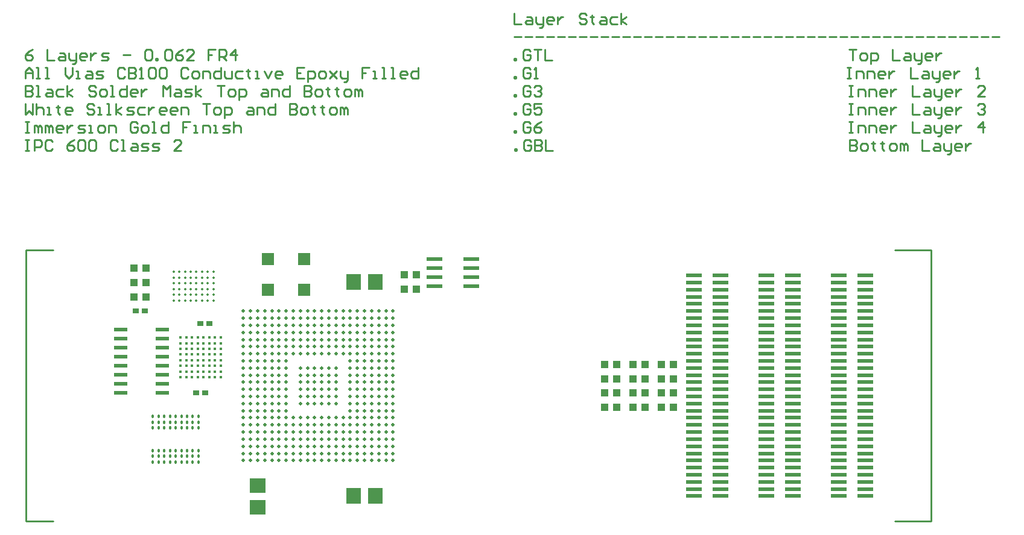
<source format=gbp>
%FSLAX23Y23*%
%MOIN*%
G70*
G01*
G75*
G04 Layer_Color=128*
G04 Layer_Color=128*
%ADD10R,0.035X0.026*%
%ADD11R,0.026X0.035*%
%ADD12R,0.070X0.062*%
%ADD13R,0.069X0.138*%
%ADD14R,0.069X0.043*%
%ADD15R,0.069X0.043*%
%ADD16R,0.085X0.080*%
%ADD17R,0.080X0.085*%
%ADD18R,0.028X0.035*%
%ADD19R,0.071X0.063*%
%ADD20R,0.043X0.039*%
%ADD21R,0.029X0.115*%
%ADD22R,0.039X0.043*%
%ADD23R,0.115X0.029*%
%ADD24C,0.005*%
%ADD25C,0.008*%
%ADD26C,0.010*%
%ADD27C,0.012*%
%ADD28C,0.010*%
%ADD29C,0.018*%
%ADD30C,0.200*%
%ADD31C,0.050*%
%ADD32C,0.020*%
%ADD33R,0.071X0.071*%
%ADD34R,0.091X0.021*%
%ADD35C,0.014*%
%ADD36R,0.087X0.024*%
%ADD37R,0.087X0.024*%
%ADD38R,0.075X0.024*%
%ADD39R,0.091X0.021*%
%ADD40C,0.016*%
%ADD41C,0.006*%
%ADD42C,0.020*%
D10*
X-1009Y413D02*
D03*
X-959D02*
D03*
X-651Y343D02*
D03*
X-601D02*
D03*
X-625Y-39D02*
D03*
X-675D02*
D03*
D16*
X-335Y-671D02*
D03*
Y-551D02*
D03*
D17*
X196Y576D02*
D03*
X316D02*
D03*
X196Y-610D02*
D03*
X316D02*
D03*
D20*
X1896Y-39D02*
D03*
X1963D02*
D03*
X-951Y492D02*
D03*
X-1018D02*
D03*
X-951Y571D02*
D03*
X-1018D02*
D03*
X-951Y650D02*
D03*
X-1018D02*
D03*
X1963Y39D02*
D03*
X1896D02*
D03*
X1963Y118D02*
D03*
X1896D02*
D03*
X1963Y-118D02*
D03*
X1896D02*
D03*
X1738Y-39D02*
D03*
X1805D02*
D03*
X1738Y118D02*
D03*
X1805D02*
D03*
X1738Y39D02*
D03*
X1805D02*
D03*
X1738Y-118D02*
D03*
X1805D02*
D03*
X1581D02*
D03*
X1648D02*
D03*
X1581Y39D02*
D03*
X1648D02*
D03*
X1581Y-39D02*
D03*
X1648D02*
D03*
X1581Y118D02*
D03*
X1648D02*
D03*
X477Y535D02*
D03*
X543D02*
D03*
Y615D02*
D03*
X477D02*
D03*
D28*
X3185Y750D02*
X3385D01*
X3185Y-750D02*
X3385D01*
X-1615D02*
X-1465D01*
X-1615Y750D02*
X-1466D01*
X-1615Y-750D02*
Y750D01*
X3385Y-750D02*
Y750D01*
X-1618Y1460D02*
X-1598D01*
X-1608D01*
Y1400D01*
X-1618D01*
X-1598D01*
X-1568D02*
Y1440D01*
X-1558D01*
X-1548Y1430D01*
Y1400D01*
Y1430D01*
X-1538Y1440D01*
X-1528Y1430D01*
Y1400D01*
X-1508D02*
Y1440D01*
X-1498D01*
X-1488Y1430D01*
Y1400D01*
Y1430D01*
X-1478Y1440D01*
X-1468Y1430D01*
Y1400D01*
X-1418D02*
X-1438D01*
X-1448Y1410D01*
Y1430D01*
X-1438Y1440D01*
X-1418D01*
X-1408Y1430D01*
Y1420D01*
X-1448D01*
X-1388Y1440D02*
Y1400D01*
Y1420D01*
X-1378Y1430D01*
X-1368Y1440D01*
X-1358D01*
X-1328Y1400D02*
X-1298D01*
X-1288Y1410D01*
X-1298Y1420D01*
X-1318D01*
X-1328Y1430D01*
X-1318Y1440D01*
X-1288D01*
X-1268Y1400D02*
X-1248D01*
X-1258D01*
Y1440D01*
X-1268D01*
X-1208Y1400D02*
X-1188D01*
X-1178Y1410D01*
Y1430D01*
X-1188Y1440D01*
X-1208D01*
X-1218Y1430D01*
Y1410D01*
X-1208Y1400D01*
X-1158D02*
Y1440D01*
X-1128D01*
X-1118Y1430D01*
Y1400D01*
X-998Y1450D02*
X-1008Y1460D01*
X-1028D01*
X-1038Y1450D01*
Y1410D01*
X-1028Y1400D01*
X-1008D01*
X-998Y1410D01*
Y1430D01*
X-1018D01*
X-968Y1400D02*
X-948D01*
X-938Y1410D01*
Y1430D01*
X-948Y1440D01*
X-968D01*
X-978Y1430D01*
Y1410D01*
X-968Y1400D01*
X-918D02*
X-898D01*
X-908D01*
Y1460D01*
X-918D01*
X-828D02*
Y1400D01*
X-858D01*
X-868Y1410D01*
Y1430D01*
X-858Y1440D01*
X-828D01*
X-708Y1460D02*
X-748D01*
Y1430D01*
X-728D01*
X-748D01*
Y1400D01*
X-688D02*
X-668D01*
X-678D01*
Y1440D01*
X-688D01*
X-638Y1400D02*
Y1440D01*
X-608D01*
X-598Y1430D01*
Y1400D01*
X-578D02*
X-558D01*
X-568D01*
Y1440D01*
X-578D01*
X-528Y1400D02*
X-498D01*
X-488Y1410D01*
X-498Y1420D01*
X-518D01*
X-528Y1430D01*
X-518Y1440D01*
X-488D01*
X-468Y1460D02*
Y1400D01*
Y1430D01*
X-458Y1440D01*
X-438D01*
X-428Y1430D01*
Y1400D01*
X-1618Y1560D02*
Y1500D01*
X-1598Y1520D01*
X-1578Y1500D01*
Y1560D01*
X-1558D02*
Y1500D01*
Y1530D01*
X-1548Y1540D01*
X-1528D01*
X-1518Y1530D01*
Y1500D01*
X-1498D02*
X-1478D01*
X-1488D01*
Y1540D01*
X-1498D01*
X-1438Y1550D02*
Y1540D01*
X-1448D01*
X-1428D01*
X-1438D01*
Y1510D01*
X-1428Y1500D01*
X-1368D02*
X-1388D01*
X-1398Y1510D01*
Y1530D01*
X-1388Y1540D01*
X-1368D01*
X-1358Y1530D01*
Y1520D01*
X-1398D01*
X-1238Y1550D02*
X-1248Y1560D01*
X-1268D01*
X-1278Y1550D01*
Y1540D01*
X-1268Y1530D01*
X-1248D01*
X-1238Y1520D01*
Y1510D01*
X-1248Y1500D01*
X-1268D01*
X-1278Y1510D01*
X-1218Y1500D02*
X-1198D01*
X-1208D01*
Y1540D01*
X-1218D01*
X-1168Y1500D02*
X-1148D01*
X-1158D01*
Y1560D01*
X-1168D01*
X-1118Y1500D02*
Y1560D01*
Y1520D02*
X-1088Y1540D01*
X-1118Y1520D02*
X-1088Y1500D01*
X-1058D02*
X-1028D01*
X-1018Y1510D01*
X-1028Y1520D01*
X-1048D01*
X-1058Y1530D01*
X-1048Y1540D01*
X-1018D01*
X-958D02*
X-988D01*
X-998Y1530D01*
Y1510D01*
X-988Y1500D01*
X-958D01*
X-938Y1540D02*
Y1500D01*
Y1520D01*
X-928Y1530D01*
X-918Y1540D01*
X-908D01*
X-848Y1500D02*
X-868D01*
X-878Y1510D01*
Y1530D01*
X-868Y1540D01*
X-848D01*
X-838Y1530D01*
Y1520D01*
X-878D01*
X-788Y1500D02*
X-808D01*
X-818Y1510D01*
Y1530D01*
X-808Y1540D01*
X-788D01*
X-778Y1530D01*
Y1520D01*
X-818D01*
X-758Y1500D02*
Y1540D01*
X-728D01*
X-718Y1530D01*
Y1500D01*
X-638Y1560D02*
X-598D01*
X-618D01*
Y1500D01*
X-568D02*
X-548D01*
X-538Y1510D01*
Y1530D01*
X-548Y1540D01*
X-568D01*
X-578Y1530D01*
Y1510D01*
X-568Y1500D01*
X-518Y1480D02*
Y1540D01*
X-488D01*
X-478Y1530D01*
Y1510D01*
X-488Y1500D01*
X-518D01*
X-389Y1540D02*
X-369D01*
X-359Y1530D01*
Y1500D01*
X-389D01*
X-399Y1510D01*
X-389Y1520D01*
X-359D01*
X-339Y1500D02*
Y1540D01*
X-309D01*
X-299Y1530D01*
Y1500D01*
X-239Y1560D02*
Y1500D01*
X-269D01*
X-279Y1510D01*
Y1530D01*
X-269Y1540D01*
X-239D01*
X-159Y1560D02*
Y1500D01*
X-129D01*
X-119Y1510D01*
Y1520D01*
X-129Y1530D01*
X-159D01*
X-129D01*
X-119Y1540D01*
Y1550D01*
X-129Y1560D01*
X-159D01*
X-89Y1500D02*
X-69D01*
X-59Y1510D01*
Y1530D01*
X-69Y1540D01*
X-89D01*
X-99Y1530D01*
Y1510D01*
X-89Y1500D01*
X-29Y1550D02*
Y1540D01*
X-39D01*
X-19D01*
X-29D01*
Y1510D01*
X-19Y1500D01*
X21Y1550D02*
Y1540D01*
X11D01*
X31D01*
X21D01*
Y1510D01*
X31Y1500D01*
X71D02*
X91D01*
X101Y1510D01*
Y1530D01*
X91Y1540D01*
X71D01*
X61Y1530D01*
Y1510D01*
X71Y1500D01*
X121D02*
Y1540D01*
X131D01*
X141Y1530D01*
Y1500D01*
Y1530D01*
X151Y1540D01*
X161Y1530D01*
Y1500D01*
X-1618Y1660D02*
Y1600D01*
X-1588D01*
X-1578Y1610D01*
Y1620D01*
X-1588Y1630D01*
X-1618D01*
X-1588D01*
X-1578Y1640D01*
Y1650D01*
X-1588Y1660D01*
X-1618D01*
X-1558Y1600D02*
X-1538D01*
X-1548D01*
Y1660D01*
X-1558D01*
X-1498Y1640D02*
X-1478D01*
X-1468Y1630D01*
Y1600D01*
X-1498D01*
X-1508Y1610D01*
X-1498Y1620D01*
X-1468D01*
X-1408Y1640D02*
X-1438D01*
X-1448Y1630D01*
Y1610D01*
X-1438Y1600D01*
X-1408D01*
X-1388D02*
Y1660D01*
Y1620D02*
X-1358Y1640D01*
X-1388Y1620D02*
X-1358Y1600D01*
X-1228Y1650D02*
X-1238Y1660D01*
X-1258D01*
X-1268Y1650D01*
Y1640D01*
X-1258Y1630D01*
X-1238D01*
X-1228Y1620D01*
Y1610D01*
X-1238Y1600D01*
X-1258D01*
X-1268Y1610D01*
X-1198Y1600D02*
X-1178D01*
X-1168Y1610D01*
Y1630D01*
X-1178Y1640D01*
X-1198D01*
X-1208Y1630D01*
Y1610D01*
X-1198Y1600D01*
X-1148D02*
X-1128D01*
X-1138D01*
Y1660D01*
X-1148D01*
X-1058D02*
Y1600D01*
X-1088D01*
X-1098Y1610D01*
Y1630D01*
X-1088Y1640D01*
X-1058D01*
X-1008Y1600D02*
X-1028D01*
X-1038Y1610D01*
Y1630D01*
X-1028Y1640D01*
X-1008D01*
X-998Y1630D01*
Y1620D01*
X-1038D01*
X-978Y1640D02*
Y1600D01*
Y1620D01*
X-968Y1630D01*
X-958Y1640D01*
X-948D01*
X-858Y1600D02*
Y1660D01*
X-838Y1640D01*
X-818Y1660D01*
Y1600D01*
X-788Y1640D02*
X-768D01*
X-758Y1630D01*
Y1600D01*
X-788D01*
X-798Y1610D01*
X-788Y1620D01*
X-758D01*
X-738Y1600D02*
X-708D01*
X-698Y1610D01*
X-708Y1620D01*
X-728D01*
X-738Y1630D01*
X-728Y1640D01*
X-698D01*
X-678Y1600D02*
Y1660D01*
Y1620D02*
X-648Y1640D01*
X-678Y1620D02*
X-648Y1600D01*
X-558Y1660D02*
X-518D01*
X-538D01*
Y1600D01*
X-488D02*
X-468D01*
X-458Y1610D01*
Y1630D01*
X-468Y1640D01*
X-488D01*
X-498Y1630D01*
Y1610D01*
X-488Y1600D01*
X-438Y1580D02*
Y1640D01*
X-409D01*
X-399Y1630D01*
Y1610D01*
X-409Y1600D01*
X-438D01*
X-309Y1640D02*
X-289D01*
X-279Y1630D01*
Y1600D01*
X-309D01*
X-319Y1610D01*
X-309Y1620D01*
X-279D01*
X-259Y1600D02*
Y1640D01*
X-229D01*
X-219Y1630D01*
Y1600D01*
X-159Y1660D02*
Y1600D01*
X-189D01*
X-199Y1610D01*
Y1630D01*
X-189Y1640D01*
X-159D01*
X-79Y1660D02*
Y1600D01*
X-49D01*
X-39Y1610D01*
Y1620D01*
X-49Y1630D01*
X-79D01*
X-49D01*
X-39Y1640D01*
Y1650D01*
X-49Y1660D01*
X-79D01*
X-9Y1600D02*
X11D01*
X21Y1610D01*
Y1630D01*
X11Y1640D01*
X-9D01*
X-19Y1630D01*
Y1610D01*
X-9Y1600D01*
X51Y1650D02*
Y1640D01*
X41D01*
X61D01*
X51D01*
Y1610D01*
X61Y1600D01*
X101Y1650D02*
Y1640D01*
X91D01*
X111D01*
X101D01*
Y1610D01*
X111Y1600D01*
X151D02*
X171D01*
X181Y1610D01*
Y1630D01*
X171Y1640D01*
X151D01*
X141Y1630D01*
Y1610D01*
X151Y1600D01*
X201D02*
Y1640D01*
X211D01*
X221Y1630D01*
Y1600D01*
Y1630D01*
X231Y1640D01*
X241Y1630D01*
Y1600D01*
X-1618Y1700D02*
Y1740D01*
X-1598Y1760D01*
X-1578Y1740D01*
Y1700D01*
Y1730D01*
X-1618D01*
X-1558Y1700D02*
X-1538D01*
X-1548D01*
Y1760D01*
X-1558D01*
X-1508Y1700D02*
X-1488D01*
X-1498D01*
Y1760D01*
X-1508D01*
X-1398D02*
Y1720D01*
X-1378Y1700D01*
X-1358Y1720D01*
Y1760D01*
X-1338Y1700D02*
X-1318D01*
X-1328D01*
Y1740D01*
X-1338D01*
X-1278D02*
X-1258D01*
X-1248Y1730D01*
Y1700D01*
X-1278D01*
X-1288Y1710D01*
X-1278Y1720D01*
X-1248D01*
X-1228Y1700D02*
X-1198D01*
X-1188Y1710D01*
X-1198Y1720D01*
X-1218D01*
X-1228Y1730D01*
X-1218Y1740D01*
X-1188D01*
X-1068Y1750D02*
X-1078Y1760D01*
X-1098D01*
X-1108Y1750D01*
Y1710D01*
X-1098Y1700D01*
X-1078D01*
X-1068Y1710D01*
X-1048Y1760D02*
Y1700D01*
X-1018D01*
X-1008Y1710D01*
Y1720D01*
X-1018Y1730D01*
X-1048D01*
X-1018D01*
X-1008Y1740D01*
Y1750D01*
X-1018Y1760D01*
X-1048D01*
X-988Y1700D02*
X-968D01*
X-978D01*
Y1760D01*
X-988Y1750D01*
X-938D02*
X-928Y1760D01*
X-908D01*
X-898Y1750D01*
Y1710D01*
X-908Y1700D01*
X-928D01*
X-938Y1710D01*
Y1750D01*
X-878D02*
X-868Y1760D01*
X-848D01*
X-838Y1750D01*
Y1710D01*
X-848Y1700D01*
X-868D01*
X-878Y1710D01*
Y1750D01*
X-718D02*
X-728Y1760D01*
X-748D01*
X-758Y1750D01*
Y1710D01*
X-748Y1700D01*
X-728D01*
X-718Y1710D01*
X-688Y1700D02*
X-668D01*
X-658Y1710D01*
Y1730D01*
X-668Y1740D01*
X-688D01*
X-698Y1730D01*
Y1710D01*
X-688Y1700D01*
X-638D02*
Y1740D01*
X-608D01*
X-598Y1730D01*
Y1700D01*
X-538Y1760D02*
Y1700D01*
X-568D01*
X-578Y1710D01*
Y1730D01*
X-568Y1740D01*
X-538D01*
X-518D02*
Y1710D01*
X-508Y1700D01*
X-478D01*
Y1740D01*
X-418D02*
X-448D01*
X-458Y1730D01*
Y1710D01*
X-448Y1700D01*
X-418D01*
X-389Y1750D02*
Y1740D01*
X-399D01*
X-379D01*
X-389D01*
Y1710D01*
X-379Y1700D01*
X-349D02*
X-329D01*
X-339D01*
Y1740D01*
X-349D01*
X-299D02*
X-279Y1700D01*
X-259Y1740D01*
X-209Y1700D02*
X-229D01*
X-239Y1710D01*
Y1730D01*
X-229Y1740D01*
X-209D01*
X-199Y1730D01*
Y1720D01*
X-239D01*
X-79Y1760D02*
X-119D01*
Y1700D01*
X-79D01*
X-119Y1730D02*
X-99D01*
X-59Y1680D02*
Y1740D01*
X-29D01*
X-19Y1730D01*
Y1710D01*
X-29Y1700D01*
X-59D01*
X11D02*
X31D01*
X41Y1710D01*
Y1730D01*
X31Y1740D01*
X11D01*
X1Y1730D01*
Y1710D01*
X11Y1700D01*
X61Y1740D02*
X101Y1700D01*
X81Y1720D01*
X101Y1740D01*
X61Y1700D01*
X121Y1740D02*
Y1710D01*
X131Y1700D01*
X161D01*
Y1690D01*
X151Y1680D01*
X141D01*
X161Y1700D02*
Y1740D01*
X281Y1760D02*
X241D01*
Y1730D01*
X261D01*
X241D01*
Y1700D01*
X301D02*
X321D01*
X311D01*
Y1740D01*
X301D01*
X351Y1700D02*
X371D01*
X361D01*
Y1760D01*
X351D01*
X401Y1700D02*
X421D01*
X411D01*
Y1760D01*
X401D01*
X481Y1700D02*
X461D01*
X451Y1710D01*
Y1730D01*
X461Y1740D01*
X481D01*
X491Y1730D01*
Y1720D01*
X451D01*
X551Y1760D02*
Y1700D01*
X521D01*
X511Y1710D01*
Y1730D01*
X521Y1740D01*
X551D01*
X-1578Y1860D02*
X-1598Y1850D01*
X-1618Y1830D01*
Y1810D01*
X-1608Y1800D01*
X-1588D01*
X-1578Y1810D01*
Y1820D01*
X-1588Y1830D01*
X-1618D01*
X-1498Y1860D02*
Y1800D01*
X-1458D01*
X-1428Y1840D02*
X-1408D01*
X-1398Y1830D01*
Y1800D01*
X-1428D01*
X-1438Y1810D01*
X-1428Y1820D01*
X-1398D01*
X-1378Y1840D02*
Y1810D01*
X-1368Y1800D01*
X-1338D01*
Y1790D01*
X-1348Y1780D01*
X-1358D01*
X-1338Y1800D02*
Y1840D01*
X-1288Y1800D02*
X-1308D01*
X-1318Y1810D01*
Y1830D01*
X-1308Y1840D01*
X-1288D01*
X-1278Y1830D01*
Y1820D01*
X-1318D01*
X-1258Y1840D02*
Y1800D01*
Y1820D01*
X-1248Y1830D01*
X-1238Y1840D01*
X-1228D01*
X-1198Y1800D02*
X-1168D01*
X-1158Y1810D01*
X-1168Y1820D01*
X-1188D01*
X-1198Y1830D01*
X-1188Y1840D01*
X-1158D01*
X-1078Y1830D02*
X-1038D01*
X-958Y1850D02*
X-948Y1860D01*
X-928D01*
X-918Y1850D01*
Y1810D01*
X-928Y1800D01*
X-948D01*
X-958Y1810D01*
Y1850D01*
X-898Y1800D02*
Y1810D01*
X-888D01*
Y1800D01*
X-898D01*
X-848Y1850D02*
X-838Y1860D01*
X-818D01*
X-808Y1850D01*
Y1810D01*
X-818Y1800D01*
X-838D01*
X-848Y1810D01*
Y1850D01*
X-748Y1860D02*
X-768Y1850D01*
X-788Y1830D01*
Y1810D01*
X-778Y1800D01*
X-758D01*
X-748Y1810D01*
Y1820D01*
X-758Y1830D01*
X-788D01*
X-688Y1800D02*
X-728D01*
X-688Y1840D01*
Y1850D01*
X-698Y1860D01*
X-718D01*
X-728Y1850D01*
X-568Y1860D02*
X-608D01*
Y1830D01*
X-588D01*
X-608D01*
Y1800D01*
X-548D02*
Y1860D01*
X-518D01*
X-508Y1850D01*
Y1830D01*
X-518Y1820D01*
X-548D01*
X-528D02*
X-508Y1800D01*
X-458D02*
Y1860D01*
X-488Y1830D01*
X-448D01*
X-1618Y1360D02*
X-1598D01*
X-1608D01*
Y1300D01*
X-1618D01*
X-1598D01*
X-1568D02*
Y1360D01*
X-1538D01*
X-1528Y1350D01*
Y1330D01*
X-1538Y1320D01*
X-1568D01*
X-1468Y1350D02*
X-1478Y1360D01*
X-1498D01*
X-1508Y1350D01*
Y1310D01*
X-1498Y1300D01*
X-1478D01*
X-1468Y1310D01*
X-1348Y1360D02*
X-1368Y1350D01*
X-1388Y1330D01*
Y1310D01*
X-1378Y1300D01*
X-1358D01*
X-1348Y1310D01*
Y1320D01*
X-1358Y1330D01*
X-1388D01*
X-1328Y1350D02*
X-1318Y1360D01*
X-1298D01*
X-1288Y1350D01*
Y1310D01*
X-1298Y1300D01*
X-1318D01*
X-1328Y1310D01*
Y1350D01*
X-1268D02*
X-1258Y1360D01*
X-1238D01*
X-1228Y1350D01*
Y1310D01*
X-1238Y1300D01*
X-1258D01*
X-1268Y1310D01*
Y1350D01*
X-1108D02*
X-1118Y1360D01*
X-1138D01*
X-1148Y1350D01*
Y1310D01*
X-1138Y1300D01*
X-1118D01*
X-1108Y1310D01*
X-1088Y1300D02*
X-1068D01*
X-1078D01*
Y1360D01*
X-1088D01*
X-1028Y1340D02*
X-1008D01*
X-998Y1330D01*
Y1300D01*
X-1028D01*
X-1038Y1310D01*
X-1028Y1320D01*
X-998D01*
X-978Y1300D02*
X-948D01*
X-938Y1310D01*
X-948Y1320D01*
X-968D01*
X-978Y1330D01*
X-968Y1340D01*
X-938D01*
X-918Y1300D02*
X-888D01*
X-878Y1310D01*
X-888Y1320D01*
X-908D01*
X-918Y1330D01*
X-908Y1340D01*
X-878D01*
X-758Y1300D02*
X-798D01*
X-758Y1340D01*
Y1350D01*
X-768Y1360D01*
X-788D01*
X-798Y1350D01*
X1082Y2060D02*
Y2000D01*
X1122D01*
X1152Y2040D02*
X1172D01*
X1182Y2030D01*
Y2000D01*
X1152D01*
X1142Y2010D01*
X1152Y2020D01*
X1182D01*
X1202Y2040D02*
Y2010D01*
X1212Y2000D01*
X1242D01*
Y1990D01*
X1232Y1980D01*
X1222D01*
X1242Y2000D02*
Y2040D01*
X1292Y2000D02*
X1272D01*
X1262Y2010D01*
Y2030D01*
X1272Y2040D01*
X1292D01*
X1302Y2030D01*
Y2020D01*
X1262D01*
X1322Y2040D02*
Y2000D01*
Y2020D01*
X1332Y2030D01*
X1342Y2040D01*
X1352D01*
X1482Y2050D02*
X1472Y2060D01*
X1452D01*
X1442Y2050D01*
Y2040D01*
X1452Y2030D01*
X1472D01*
X1482Y2020D01*
Y2010D01*
X1472Y2000D01*
X1452D01*
X1442Y2010D01*
X1512Y2050D02*
Y2040D01*
X1502D01*
X1522D01*
X1512D01*
Y2010D01*
X1522Y2000D01*
X1562Y2040D02*
X1582D01*
X1592Y2030D01*
Y2000D01*
X1562D01*
X1552Y2010D01*
X1562Y2020D01*
X1592D01*
X1652Y2040D02*
X1622D01*
X1612Y2030D01*
Y2010D01*
X1622Y2000D01*
X1652D01*
X1672D02*
Y2060D01*
Y2020D02*
X1702Y2040D01*
X1672Y2020D02*
X1702Y2000D01*
X1082Y1930D02*
X1122D01*
X1142D02*
X1182D01*
X1202D02*
X1242D01*
X1262D02*
X1302D01*
X1322D02*
X1362D01*
X1382D02*
X1422D01*
X1442D02*
X1482D01*
X1502D02*
X1542D01*
X1562D02*
X1602D01*
X1622D02*
X1662D01*
X1682D02*
X1722D01*
X1742D02*
X1782D01*
X1802D02*
X1842D01*
X1862D02*
X1902D01*
X1922D02*
X1962D01*
X1982D02*
X2022D01*
X2042D02*
X2082D01*
X2102D02*
X2142D01*
X2162D02*
X2202D01*
X2222D02*
X2262D01*
X2282D02*
X2321D01*
X2341D02*
X2381D01*
X2401D02*
X2441D01*
X2461D02*
X2501D01*
X2521D02*
X2561D01*
X2581D02*
X2621D01*
X2641D02*
X2681D01*
X2701D02*
X2741D01*
X2761D02*
X2801D01*
X2821D02*
X2861D01*
X2881D02*
X2921D01*
X2941D02*
X2981D01*
X3001D02*
X3041D01*
X3061D02*
X3101D01*
X3121D02*
X3161D01*
X3181D02*
X3221D01*
X3241D02*
X3281D01*
X3301D02*
X3341D01*
X3361D02*
X3401D01*
X3421D02*
X3461D01*
X3481D02*
X3521D01*
X3541D02*
X3581D01*
X3601D02*
X3641D01*
X3661D02*
X3701D01*
X3721D02*
X3761D01*
X1082Y1800D02*
Y1810D01*
X1092D01*
Y1800D01*
X1082D01*
X1172Y1850D02*
X1162Y1860D01*
X1142D01*
X1132Y1850D01*
Y1810D01*
X1142Y1800D01*
X1162D01*
X1172Y1810D01*
Y1830D01*
X1152D01*
X1192Y1860D02*
X1232D01*
X1212D01*
Y1800D01*
X1252Y1860D02*
Y1800D01*
X1292D01*
X2931Y1860D02*
X2971D01*
X2951D01*
Y1800D01*
X3001D02*
X3021D01*
X3031Y1810D01*
Y1830D01*
X3021Y1840D01*
X3001D01*
X2991Y1830D01*
Y1810D01*
X3001Y1800D01*
X3051Y1780D02*
Y1840D01*
X3081D01*
X3091Y1830D01*
Y1810D01*
X3081Y1800D01*
X3051D01*
X3171Y1860D02*
Y1800D01*
X3211D01*
X3241Y1840D02*
X3261D01*
X3271Y1830D01*
Y1800D01*
X3241D01*
X3231Y1810D01*
X3241Y1820D01*
X3271D01*
X3291Y1840D02*
Y1810D01*
X3301Y1800D01*
X3331D01*
Y1790D01*
X3321Y1780D01*
X3311D01*
X3331Y1800D02*
Y1840D01*
X3381Y1800D02*
X3361D01*
X3351Y1810D01*
Y1830D01*
X3361Y1840D01*
X3381D01*
X3391Y1830D01*
Y1820D01*
X3351D01*
X3411Y1840D02*
Y1800D01*
Y1820D01*
X3421Y1830D01*
X3431Y1840D01*
X3441D01*
X1082Y1700D02*
Y1710D01*
X1092D01*
Y1700D01*
X1082D01*
X1172Y1750D02*
X1162Y1760D01*
X1142D01*
X1132Y1750D01*
Y1710D01*
X1142Y1700D01*
X1162D01*
X1172Y1710D01*
Y1730D01*
X1152D01*
X1192Y1700D02*
X1212D01*
X1202D01*
Y1760D01*
X1192Y1750D01*
X2921Y1760D02*
X2941D01*
X2931D01*
Y1700D01*
X2921D01*
X2941D01*
X2971D02*
Y1740D01*
X3001D01*
X3011Y1730D01*
Y1700D01*
X3031D02*
Y1740D01*
X3061D01*
X3071Y1730D01*
Y1700D01*
X3121D02*
X3101D01*
X3091Y1710D01*
Y1730D01*
X3101Y1740D01*
X3121D01*
X3131Y1730D01*
Y1720D01*
X3091D01*
X3151Y1740D02*
Y1700D01*
Y1720D01*
X3161Y1730D01*
X3171Y1740D01*
X3181D01*
X3271Y1760D02*
Y1700D01*
X3311D01*
X3341Y1740D02*
X3361D01*
X3371Y1730D01*
Y1700D01*
X3341D01*
X3331Y1710D01*
X3341Y1720D01*
X3371D01*
X3391Y1740D02*
Y1710D01*
X3401Y1700D01*
X3431D01*
Y1690D01*
X3421Y1680D01*
X3411D01*
X3431Y1700D02*
Y1740D01*
X3481Y1700D02*
X3461D01*
X3451Y1710D01*
Y1730D01*
X3461Y1740D01*
X3481D01*
X3491Y1730D01*
Y1720D01*
X3451D01*
X3511Y1740D02*
Y1700D01*
Y1720D01*
X3521Y1730D01*
X3531Y1740D01*
X3541D01*
X3631Y1700D02*
X3651D01*
X3641D01*
Y1760D01*
X3631Y1750D01*
X1082Y1600D02*
Y1610D01*
X1092D01*
Y1600D01*
X1082D01*
X1172Y1650D02*
X1162Y1660D01*
X1142D01*
X1132Y1650D01*
Y1610D01*
X1142Y1600D01*
X1162D01*
X1172Y1610D01*
Y1630D01*
X1152D01*
X1192Y1650D02*
X1202Y1660D01*
X1222D01*
X1232Y1650D01*
Y1640D01*
X1222Y1630D01*
X1212D01*
X1222D01*
X1232Y1620D01*
Y1610D01*
X1222Y1600D01*
X1202D01*
X1192Y1610D01*
X2931Y1660D02*
X2951D01*
X2941D01*
Y1600D01*
X2931D01*
X2951D01*
X2981D02*
Y1640D01*
X3011D01*
X3021Y1630D01*
Y1600D01*
X3041D02*
Y1640D01*
X3071D01*
X3081Y1630D01*
Y1600D01*
X3131D02*
X3111D01*
X3101Y1610D01*
Y1630D01*
X3111Y1640D01*
X3131D01*
X3141Y1630D01*
Y1620D01*
X3101D01*
X3161Y1640D02*
Y1600D01*
Y1620D01*
X3171Y1630D01*
X3181Y1640D01*
X3191D01*
X3281Y1660D02*
Y1600D01*
X3321D01*
X3351Y1640D02*
X3371D01*
X3381Y1630D01*
Y1600D01*
X3351D01*
X3341Y1610D01*
X3351Y1620D01*
X3381D01*
X3401Y1640D02*
Y1610D01*
X3411Y1600D01*
X3441D01*
Y1590D01*
X3431Y1580D01*
X3421D01*
X3441Y1600D02*
Y1640D01*
X3491Y1600D02*
X3471D01*
X3461Y1610D01*
Y1630D01*
X3471Y1640D01*
X3491D01*
X3501Y1630D01*
Y1620D01*
X3461D01*
X3521Y1640D02*
Y1600D01*
Y1620D01*
X3531Y1630D01*
X3541Y1640D01*
X3551D01*
X3681Y1600D02*
X3641D01*
X3681Y1640D01*
Y1650D01*
X3671Y1660D01*
X3651D01*
X3641Y1650D01*
X1082Y1500D02*
Y1510D01*
X1092D01*
Y1500D01*
X1082D01*
X1172Y1550D02*
X1162Y1560D01*
X1142D01*
X1132Y1550D01*
Y1510D01*
X1142Y1500D01*
X1162D01*
X1172Y1510D01*
Y1530D01*
X1152D01*
X1232Y1560D02*
X1192D01*
Y1530D01*
X1212Y1540D01*
X1222D01*
X1232Y1530D01*
Y1510D01*
X1222Y1500D01*
X1202D01*
X1192Y1510D01*
X2931Y1560D02*
X2951D01*
X2941D01*
Y1500D01*
X2931D01*
X2951D01*
X2981D02*
Y1540D01*
X3011D01*
X3021Y1530D01*
Y1500D01*
X3041D02*
Y1540D01*
X3071D01*
X3081Y1530D01*
Y1500D01*
X3131D02*
X3111D01*
X3101Y1510D01*
Y1530D01*
X3111Y1540D01*
X3131D01*
X3141Y1530D01*
Y1520D01*
X3101D01*
X3161Y1540D02*
Y1500D01*
Y1520D01*
X3171Y1530D01*
X3181Y1540D01*
X3191D01*
X3281Y1560D02*
Y1500D01*
X3321D01*
X3351Y1540D02*
X3371D01*
X3381Y1530D01*
Y1500D01*
X3351D01*
X3341Y1510D01*
X3351Y1520D01*
X3381D01*
X3401Y1540D02*
Y1510D01*
X3411Y1500D01*
X3441D01*
Y1490D01*
X3431Y1480D01*
X3421D01*
X3441Y1500D02*
Y1540D01*
X3491Y1500D02*
X3471D01*
X3461Y1510D01*
Y1530D01*
X3471Y1540D01*
X3491D01*
X3501Y1530D01*
Y1520D01*
X3461D01*
X3521Y1540D02*
Y1500D01*
Y1520D01*
X3531Y1530D01*
X3541Y1540D01*
X3551D01*
X3641Y1550D02*
X3651Y1560D01*
X3671D01*
X3681Y1550D01*
Y1540D01*
X3671Y1530D01*
X3661D01*
X3671D01*
X3681Y1520D01*
Y1510D01*
X3671Y1500D01*
X3651D01*
X3641Y1510D01*
X1082Y1400D02*
Y1410D01*
X1092D01*
Y1400D01*
X1082D01*
X1172Y1450D02*
X1162Y1460D01*
X1142D01*
X1132Y1450D01*
Y1410D01*
X1142Y1400D01*
X1162D01*
X1172Y1410D01*
Y1430D01*
X1152D01*
X1232Y1460D02*
X1212Y1450D01*
X1192Y1430D01*
Y1410D01*
X1202Y1400D01*
X1222D01*
X1232Y1410D01*
Y1420D01*
X1222Y1430D01*
X1192D01*
X2931Y1460D02*
X2951D01*
X2941D01*
Y1400D01*
X2931D01*
X2951D01*
X2981D02*
Y1440D01*
X3011D01*
X3021Y1430D01*
Y1400D01*
X3041D02*
Y1440D01*
X3071D01*
X3081Y1430D01*
Y1400D01*
X3131D02*
X3111D01*
X3101Y1410D01*
Y1430D01*
X3111Y1440D01*
X3131D01*
X3141Y1430D01*
Y1420D01*
X3101D01*
X3161Y1440D02*
Y1400D01*
Y1420D01*
X3171Y1430D01*
X3181Y1440D01*
X3191D01*
X3281Y1460D02*
Y1400D01*
X3321D01*
X3351Y1440D02*
X3371D01*
X3381Y1430D01*
Y1400D01*
X3351D01*
X3341Y1410D01*
X3351Y1420D01*
X3381D01*
X3401Y1440D02*
Y1410D01*
X3411Y1400D01*
X3441D01*
Y1390D01*
X3431Y1380D01*
X3421D01*
X3441Y1400D02*
Y1440D01*
X3491Y1400D02*
X3471D01*
X3461Y1410D01*
Y1430D01*
X3471Y1440D01*
X3491D01*
X3501Y1430D01*
Y1420D01*
X3461D01*
X3521Y1440D02*
Y1400D01*
Y1420D01*
X3531Y1430D01*
X3541Y1440D01*
X3551D01*
X3671Y1400D02*
Y1460D01*
X3641Y1430D01*
X3681D01*
X1085Y1300D02*
Y1310D01*
X1095D01*
Y1300D01*
X1085D01*
X1175Y1350D02*
X1165Y1360D01*
X1145D01*
X1135Y1350D01*
Y1310D01*
X1145Y1300D01*
X1165D01*
X1175Y1310D01*
Y1330D01*
X1155D01*
X1195Y1360D02*
Y1300D01*
X1225D01*
X1235Y1310D01*
Y1320D01*
X1225Y1330D01*
X1195D01*
X1225D01*
X1235Y1340D01*
Y1350D01*
X1225Y1360D01*
X1195D01*
X1255D02*
Y1300D01*
X1295D01*
X2934Y1360D02*
Y1300D01*
X2964D01*
X2974Y1310D01*
Y1320D01*
X2964Y1330D01*
X2934D01*
X2964D01*
X2974Y1340D01*
Y1350D01*
X2964Y1360D01*
X2934D01*
X3004Y1300D02*
X3024D01*
X3034Y1310D01*
Y1330D01*
X3024Y1340D01*
X3004D01*
X2994Y1330D01*
Y1310D01*
X3004Y1300D01*
X3064Y1350D02*
Y1340D01*
X3054D01*
X3074D01*
X3064D01*
Y1310D01*
X3074Y1300D01*
X3114Y1350D02*
Y1340D01*
X3104D01*
X3124D01*
X3114D01*
Y1310D01*
X3124Y1300D01*
X3164D02*
X3184D01*
X3194Y1310D01*
Y1330D01*
X3184Y1340D01*
X3164D01*
X3154Y1330D01*
Y1310D01*
X3164Y1300D01*
X3214D02*
Y1340D01*
X3224D01*
X3234Y1330D01*
Y1300D01*
Y1330D01*
X3244Y1340D01*
X3254Y1330D01*
Y1300D01*
X3334Y1360D02*
Y1300D01*
X3374D01*
X3404Y1340D02*
X3424D01*
X3434Y1330D01*
Y1300D01*
X3404D01*
X3394Y1310D01*
X3404Y1320D01*
X3434D01*
X3454Y1340D02*
Y1310D01*
X3464Y1300D01*
X3494D01*
Y1290D01*
X3484Y1280D01*
X3474D01*
X3494Y1300D02*
Y1340D01*
X3544Y1300D02*
X3524D01*
X3514Y1310D01*
Y1330D01*
X3524Y1340D01*
X3544D01*
X3554Y1330D01*
Y1320D01*
X3514D01*
X3574Y1340D02*
Y1300D01*
Y1320D01*
X3584Y1330D01*
X3594Y1340D01*
X3604D01*
D29*
X-661Y-421D02*
D03*
X-693D02*
D03*
X-724D02*
D03*
X-756D02*
D03*
X-787D02*
D03*
X-819D02*
D03*
X-850D02*
D03*
X-882D02*
D03*
X-913D02*
D03*
X-661Y-232D02*
D03*
X-693D02*
D03*
X-724D02*
D03*
X-756D02*
D03*
X-787D02*
D03*
X-819D02*
D03*
X-850D02*
D03*
X-882D02*
D03*
X-913D02*
D03*
X-661Y-390D02*
D03*
Y-358D02*
D03*
X-661Y-201D02*
D03*
Y-169D02*
D03*
X-693Y-390D02*
D03*
Y-358D02*
D03*
X-693Y-201D02*
D03*
Y-169D02*
D03*
X-724Y-390D02*
D03*
Y-358D02*
D03*
X-724Y-201D02*
D03*
Y-169D02*
D03*
X-756Y-390D02*
D03*
Y-358D02*
D03*
X-756Y-201D02*
D03*
Y-169D02*
D03*
X-787Y-390D02*
D03*
Y-358D02*
D03*
X-787Y-201D02*
D03*
Y-169D02*
D03*
X-819Y-390D02*
D03*
Y-358D02*
D03*
X-819Y-201D02*
D03*
Y-169D02*
D03*
X-850Y-390D02*
D03*
Y-358D02*
D03*
X-850Y-201D02*
D03*
Y-169D02*
D03*
X-882Y-390D02*
D03*
Y-358D02*
D03*
X-882Y-201D02*
D03*
Y-169D02*
D03*
X-913Y-390D02*
D03*
Y-358D02*
D03*
X-913Y-201D02*
D03*
Y-169D02*
D03*
D32*
X-138Y-256D02*
D03*
X-98Y-217D02*
D03*
X138Y256D02*
D03*
X98Y217D02*
D03*
Y256D02*
D03*
X177D02*
D03*
X217Y256D02*
D03*
X138Y295D02*
D03*
X177D02*
D03*
X217D02*
D03*
X256D02*
D03*
X138Y335D02*
D03*
X177D02*
D03*
X217Y-59D02*
D03*
Y59D02*
D03*
Y98D02*
D03*
X256D02*
D03*
Y138D02*
D03*
X-59Y217D02*
D03*
X-217Y256D02*
D03*
X-177D02*
D03*
X-138D02*
D03*
X-98D02*
D03*
X-59D02*
D03*
X-20D02*
D03*
X20D02*
D03*
X59D02*
D03*
X-256Y295D02*
D03*
X-217D02*
D03*
X-138D02*
D03*
X-98D02*
D03*
X-59D02*
D03*
X-20D02*
D03*
X20D02*
D03*
X59D02*
D03*
X98D02*
D03*
X-59Y335D02*
D03*
X-20Y-374D02*
D03*
Y-335D02*
D03*
X20Y217D02*
D03*
X256Y-295D02*
D03*
X177Y-256D02*
D03*
X-177Y-335D02*
D03*
X-138D02*
D03*
X-59D02*
D03*
X59D02*
D03*
X138D02*
D03*
X177D02*
D03*
X-177Y-295D02*
D03*
X-138D02*
D03*
X-98D02*
D03*
X-59D02*
D03*
X20D02*
D03*
X59D02*
D03*
X98D02*
D03*
X138D02*
D03*
X177D02*
D03*
X217D02*
D03*
X-177Y-256D02*
D03*
X-98D02*
D03*
X-59D02*
D03*
X-20D02*
D03*
X20D02*
D03*
X59D02*
D03*
X98D02*
D03*
X138D02*
D03*
X217D02*
D03*
X-59Y-217D02*
D03*
X-20D02*
D03*
X98D02*
D03*
X217Y-98D02*
D03*
X256D02*
D03*
Y177D02*
D03*
X413Y335D02*
D03*
X256Y217D02*
D03*
X295Y256D02*
D03*
X374Y335D02*
D03*
X295Y-256D02*
D03*
X335D02*
D03*
X374Y-413D02*
D03*
X-20Y-413D02*
D03*
X20D02*
D03*
X413D02*
D03*
X-413D02*
D03*
Y-20D02*
D03*
Y20D02*
D03*
Y413D02*
D03*
X177Y-98D02*
D03*
Y-59D02*
D03*
Y-20D02*
D03*
X217Y-217D02*
D03*
Y-177D02*
D03*
Y-138D02*
D03*
X374Y-374D02*
D03*
X413Y-20D02*
D03*
Y20D02*
D03*
X-374Y-374D02*
D03*
X-20Y413D02*
D03*
X20D02*
D03*
X-374Y-295D02*
D03*
Y-256D02*
D03*
Y-217D02*
D03*
Y-177D02*
D03*
Y-138D02*
D03*
Y-98D02*
D03*
Y-59D02*
D03*
Y-20D02*
D03*
Y20D02*
D03*
Y59D02*
D03*
Y98D02*
D03*
Y138D02*
D03*
Y177D02*
D03*
Y217D02*
D03*
Y256D02*
D03*
Y295D02*
D03*
Y335D02*
D03*
Y374D02*
D03*
X-335Y-335D02*
D03*
Y-295D02*
D03*
Y-256D02*
D03*
Y-217D02*
D03*
Y-177D02*
D03*
Y-138D02*
D03*
Y-98D02*
D03*
Y-59D02*
D03*
Y-20D02*
D03*
Y20D02*
D03*
Y59D02*
D03*
Y98D02*
D03*
Y138D02*
D03*
Y217D02*
D03*
Y256D02*
D03*
Y295D02*
D03*
Y335D02*
D03*
Y374D02*
D03*
X-295Y-295D02*
D03*
Y20D02*
D03*
Y59D02*
D03*
Y98D02*
D03*
Y138D02*
D03*
Y177D02*
D03*
Y217D02*
D03*
Y256D02*
D03*
Y295D02*
D03*
Y335D02*
D03*
Y374D02*
D03*
X-256Y-335D02*
D03*
Y-256D02*
D03*
Y59D02*
D03*
Y98D02*
D03*
Y138D02*
D03*
Y177D02*
D03*
Y256D02*
D03*
Y374D02*
D03*
X-217Y-295D02*
D03*
Y-256D02*
D03*
Y-217D02*
D03*
Y-177D02*
D03*
Y-138D02*
D03*
Y138D02*
D03*
Y177D02*
D03*
Y217D02*
D03*
Y335D02*
D03*
Y374D02*
D03*
X-177Y-217D02*
D03*
Y-177D02*
D03*
Y-138D02*
D03*
Y-98D02*
D03*
Y-59D02*
D03*
Y-20D02*
D03*
Y20D02*
D03*
Y59D02*
D03*
Y98D02*
D03*
Y138D02*
D03*
Y177D02*
D03*
Y217D02*
D03*
Y374D02*
D03*
X-138Y-217D02*
D03*
Y-177D02*
D03*
Y177D02*
D03*
Y217D02*
D03*
Y374D02*
D03*
X-98Y-335D02*
D03*
Y-177D02*
D03*
Y-98D02*
D03*
Y-59D02*
D03*
Y-20D02*
D03*
Y20D02*
D03*
Y59D02*
D03*
Y98D02*
D03*
Y177D02*
D03*
Y335D02*
D03*
Y374D02*
D03*
X-59Y-177D02*
D03*
Y-98D02*
D03*
Y-59D02*
D03*
Y-20D02*
D03*
Y20D02*
D03*
Y59D02*
D03*
Y98D02*
D03*
Y177D02*
D03*
Y374D02*
D03*
X-20Y-177D02*
D03*
Y-98D02*
D03*
Y-59D02*
D03*
Y-20D02*
D03*
Y20D02*
D03*
Y59D02*
D03*
Y98D02*
D03*
Y177D02*
D03*
X20Y-217D02*
D03*
Y-177D02*
D03*
Y-98D02*
D03*
Y-59D02*
D03*
Y-20D02*
D03*
Y20D02*
D03*
Y59D02*
D03*
Y98D02*
D03*
Y177D02*
D03*
X59Y-217D02*
D03*
Y-177D02*
D03*
Y-98D02*
D03*
Y-59D02*
D03*
Y-20D02*
D03*
Y20D02*
D03*
Y59D02*
D03*
Y98D02*
D03*
Y177D02*
D03*
Y374D02*
D03*
X98Y-335D02*
D03*
Y-177D02*
D03*
Y-98D02*
D03*
Y-59D02*
D03*
Y-20D02*
D03*
Y20D02*
D03*
Y59D02*
D03*
Y98D02*
D03*
Y177D02*
D03*
Y335D02*
D03*
Y374D02*
D03*
X138Y-217D02*
D03*
Y-177D02*
D03*
Y177D02*
D03*
Y217D02*
D03*
Y374D02*
D03*
X177Y-217D02*
D03*
Y-177D02*
D03*
Y-138D02*
D03*
Y138D02*
D03*
Y177D02*
D03*
Y217D02*
D03*
Y374D02*
D03*
X217Y-335D02*
D03*
Y138D02*
D03*
Y177D02*
D03*
Y217D02*
D03*
Y335D02*
D03*
Y374D02*
D03*
X256Y-335D02*
D03*
Y-256D02*
D03*
Y256D02*
D03*
Y374D02*
D03*
X295Y-335D02*
D03*
Y-295D02*
D03*
Y295D02*
D03*
Y374D02*
D03*
X335Y-335D02*
D03*
Y-295D02*
D03*
Y-177D02*
D03*
Y-20D02*
D03*
Y295D02*
D03*
Y335D02*
D03*
Y374D02*
D03*
X374Y-295D02*
D03*
Y-138D02*
D03*
Y-98D02*
D03*
Y-20D02*
D03*
Y59D02*
D03*
Y98D02*
D03*
Y138D02*
D03*
Y256D02*
D03*
Y295D02*
D03*
Y374D02*
D03*
X-217Y-335D02*
D03*
X413Y413D02*
D03*
X177Y20D02*
D03*
Y59D02*
D03*
Y98D02*
D03*
X217Y20D02*
D03*
X-374Y-335D02*
D03*
X-335Y-374D02*
D03*
X-295D02*
D03*
X-256D02*
D03*
X177D02*
D03*
X-217D02*
D03*
X-177D02*
D03*
X-138D02*
D03*
X-98D02*
D03*
X-59D02*
D03*
X59D02*
D03*
X98D02*
D03*
X138D02*
D03*
X217D02*
D03*
X256D02*
D03*
X295D02*
D03*
X335D02*
D03*
X413Y-335D02*
D03*
Y-256D02*
D03*
Y-217D02*
D03*
Y-177D02*
D03*
Y-138D02*
D03*
Y59D02*
D03*
Y138D02*
D03*
Y177D02*
D03*
Y217D02*
D03*
Y256D02*
D03*
Y374D02*
D03*
X-374Y413D02*
D03*
X-335D02*
D03*
X-295D02*
D03*
X-256D02*
D03*
X-217D02*
D03*
X-177D02*
D03*
X-138D02*
D03*
X-98D02*
D03*
X-59D02*
D03*
X59D02*
D03*
X98D02*
D03*
X138D02*
D03*
X177D02*
D03*
X217D02*
D03*
X256D02*
D03*
X295D02*
D03*
X335D02*
D03*
X374D02*
D03*
X-413Y-374D02*
D03*
Y-335D02*
D03*
Y-295D02*
D03*
Y-256D02*
D03*
Y-217D02*
D03*
Y-177D02*
D03*
Y-138D02*
D03*
Y-98D02*
D03*
Y-59D02*
D03*
Y59D02*
D03*
Y98D02*
D03*
Y138D02*
D03*
Y177D02*
D03*
Y217D02*
D03*
Y256D02*
D03*
Y295D02*
D03*
Y335D02*
D03*
Y374D02*
D03*
X-374Y-413D02*
D03*
X-335D02*
D03*
X-295D02*
D03*
X-256D02*
D03*
X-217D02*
D03*
X-177D02*
D03*
X-138D02*
D03*
X-98D02*
D03*
X-59D02*
D03*
X59D02*
D03*
X98D02*
D03*
X138D02*
D03*
X177D02*
D03*
X217D02*
D03*
X256D02*
D03*
X295D02*
D03*
X335D02*
D03*
X-20Y374D02*
D03*
X-256Y335D02*
D03*
X-20D02*
D03*
X59Y217D02*
D03*
Y335D02*
D03*
X256D02*
D03*
X295D02*
D03*
X-256Y20D02*
D03*
X-217D02*
D03*
Y59D02*
D03*
Y98D02*
D03*
X217Y-20D02*
D03*
X-295Y-256D02*
D03*
Y-217D02*
D03*
Y-177D02*
D03*
Y-138D02*
D03*
Y-98D02*
D03*
Y-59D02*
D03*
Y-20D02*
D03*
X-256Y-217D02*
D03*
Y-177D02*
D03*
Y-138D02*
D03*
Y-98D02*
D03*
Y-59D02*
D03*
Y-20D02*
D03*
X-217Y-98D02*
D03*
Y-59D02*
D03*
Y-20D02*
D03*
X-295Y-335D02*
D03*
X-256Y217D02*
D03*
X-335Y177D02*
D03*
X20Y374D02*
D03*
Y335D02*
D03*
X374Y217D02*
D03*
X-20D02*
D03*
X374Y-217D02*
D03*
X413Y-295D02*
D03*
X-20D02*
D03*
X-256D02*
D03*
X256Y-217D02*
D03*
X413Y-374D02*
D03*
X20D02*
D03*
X413Y295D02*
D03*
X335Y256D02*
D03*
Y217D02*
D03*
X295D02*
D03*
X374Y177D02*
D03*
X335D02*
D03*
X295D02*
D03*
X335Y138D02*
D03*
X295D02*
D03*
X413Y98D02*
D03*
X335D02*
D03*
X295D02*
D03*
X335Y59D02*
D03*
X295D02*
D03*
X256D02*
D03*
X374Y20D02*
D03*
X335D02*
D03*
X295D02*
D03*
X256D02*
D03*
X295Y-20D02*
D03*
X256D02*
D03*
X374Y-59D02*
D03*
X335D02*
D03*
X295D02*
D03*
X256D02*
D03*
X335Y-98D02*
D03*
X295D02*
D03*
X335Y-138D02*
D03*
X295D02*
D03*
X256D02*
D03*
X374Y-177D02*
D03*
X295D02*
D03*
X256D02*
D03*
X335Y-217D02*
D03*
X295D02*
D03*
X374Y-256D02*
D03*
Y-335D02*
D03*
X20D02*
D03*
X413Y-98D02*
D03*
Y-59D02*
D03*
X-138Y335D02*
D03*
X-98Y217D02*
D03*
X-177Y335D02*
D03*
Y295D02*
D03*
D33*
X-279Y701D02*
D03*
X-79Y531D02*
D03*
X-279D02*
D03*
X-79Y701D02*
D03*
D34*
X2877Y-138D02*
D03*
Y59D02*
D03*
Y138D02*
D03*
Y20D02*
D03*
X2077Y610D02*
D03*
Y571D02*
D03*
Y531D02*
D03*
Y492D02*
D03*
Y453D02*
D03*
Y413D02*
D03*
Y374D02*
D03*
Y335D02*
D03*
Y295D02*
D03*
Y256D02*
D03*
Y217D02*
D03*
Y177D02*
D03*
Y138D02*
D03*
Y98D02*
D03*
Y59D02*
D03*
Y20D02*
D03*
Y-20D02*
D03*
Y-59D02*
D03*
Y-98D02*
D03*
Y-138D02*
D03*
Y-177D02*
D03*
Y-217D02*
D03*
Y-256D02*
D03*
Y-295D02*
D03*
Y-335D02*
D03*
Y-374D02*
D03*
Y-413D02*
D03*
Y-453D02*
D03*
Y-492D02*
D03*
Y-531D02*
D03*
Y-571D02*
D03*
Y-610D02*
D03*
X2223Y610D02*
D03*
Y571D02*
D03*
Y531D02*
D03*
Y492D02*
D03*
Y453D02*
D03*
Y413D02*
D03*
Y374D02*
D03*
Y335D02*
D03*
Y295D02*
D03*
Y256D02*
D03*
Y217D02*
D03*
Y177D02*
D03*
Y138D02*
D03*
Y98D02*
D03*
Y59D02*
D03*
Y20D02*
D03*
Y-20D02*
D03*
Y-59D02*
D03*
Y-98D02*
D03*
Y-138D02*
D03*
Y-177D02*
D03*
Y-217D02*
D03*
Y-256D02*
D03*
Y-295D02*
D03*
Y-335D02*
D03*
Y-374D02*
D03*
Y-413D02*
D03*
Y-453D02*
D03*
Y-492D02*
D03*
Y-531D02*
D03*
Y-571D02*
D03*
Y-610D02*
D03*
X2477Y610D02*
D03*
Y571D02*
D03*
Y531D02*
D03*
Y492D02*
D03*
Y453D02*
D03*
Y413D02*
D03*
Y374D02*
D03*
Y335D02*
D03*
Y295D02*
D03*
Y256D02*
D03*
Y217D02*
D03*
Y177D02*
D03*
Y138D02*
D03*
Y98D02*
D03*
Y59D02*
D03*
Y20D02*
D03*
Y-20D02*
D03*
Y-59D02*
D03*
Y-98D02*
D03*
Y-138D02*
D03*
Y-177D02*
D03*
Y-217D02*
D03*
Y-256D02*
D03*
Y-295D02*
D03*
Y-335D02*
D03*
Y-374D02*
D03*
Y-413D02*
D03*
Y-453D02*
D03*
Y-492D02*
D03*
Y-571D02*
D03*
Y-610D02*
D03*
X2623Y610D02*
D03*
Y571D02*
D03*
Y531D02*
D03*
Y492D02*
D03*
Y453D02*
D03*
Y413D02*
D03*
Y374D02*
D03*
Y335D02*
D03*
Y295D02*
D03*
Y256D02*
D03*
Y217D02*
D03*
Y177D02*
D03*
Y138D02*
D03*
Y98D02*
D03*
Y59D02*
D03*
Y20D02*
D03*
Y-20D02*
D03*
Y-59D02*
D03*
Y-98D02*
D03*
Y-138D02*
D03*
Y-177D02*
D03*
Y-217D02*
D03*
Y-256D02*
D03*
Y-295D02*
D03*
Y-335D02*
D03*
Y-374D02*
D03*
Y-413D02*
D03*
Y-453D02*
D03*
Y-492D02*
D03*
Y-531D02*
D03*
Y-571D02*
D03*
Y-610D02*
D03*
X2877Y610D02*
D03*
Y571D02*
D03*
Y531D02*
D03*
Y492D02*
D03*
Y453D02*
D03*
Y413D02*
D03*
Y374D02*
D03*
Y335D02*
D03*
Y295D02*
D03*
Y256D02*
D03*
Y217D02*
D03*
Y177D02*
D03*
Y98D02*
D03*
Y-20D02*
D03*
Y-59D02*
D03*
Y-98D02*
D03*
Y-177D02*
D03*
Y-217D02*
D03*
Y-256D02*
D03*
Y-295D02*
D03*
Y-335D02*
D03*
Y-374D02*
D03*
Y-413D02*
D03*
Y-453D02*
D03*
Y-492D02*
D03*
Y-531D02*
D03*
Y-571D02*
D03*
Y-610D02*
D03*
X3023Y610D02*
D03*
Y571D02*
D03*
Y531D02*
D03*
Y492D02*
D03*
Y453D02*
D03*
Y413D02*
D03*
Y374D02*
D03*
Y335D02*
D03*
Y295D02*
D03*
Y256D02*
D03*
Y217D02*
D03*
Y177D02*
D03*
Y138D02*
D03*
Y98D02*
D03*
Y59D02*
D03*
Y20D02*
D03*
Y-20D02*
D03*
Y-59D02*
D03*
Y-98D02*
D03*
Y-138D02*
D03*
Y-177D02*
D03*
Y-217D02*
D03*
Y-256D02*
D03*
Y-295D02*
D03*
Y-335D02*
D03*
Y-374D02*
D03*
Y-413D02*
D03*
Y-453D02*
D03*
Y-492D02*
D03*
Y-531D02*
D03*
Y-571D02*
D03*
Y-610D02*
D03*
D35*
X-799Y630D02*
D03*
Y598D02*
D03*
Y567D02*
D03*
Y535D02*
D03*
Y504D02*
D03*
Y472D02*
D03*
X-768Y630D02*
D03*
Y598D02*
D03*
Y567D02*
D03*
Y535D02*
D03*
Y504D02*
D03*
Y472D02*
D03*
X-736Y630D02*
D03*
Y598D02*
D03*
Y567D02*
D03*
Y535D02*
D03*
Y504D02*
D03*
Y472D02*
D03*
X-705Y630D02*
D03*
Y598D02*
D03*
Y567D02*
D03*
Y535D02*
D03*
Y504D02*
D03*
Y472D02*
D03*
X-673Y630D02*
D03*
Y598D02*
D03*
Y567D02*
D03*
Y535D02*
D03*
Y504D02*
D03*
X-642Y630D02*
D03*
Y598D02*
D03*
Y567D02*
D03*
Y535D02*
D03*
Y504D02*
D03*
Y472D02*
D03*
X-610Y598D02*
D03*
Y567D02*
D03*
Y535D02*
D03*
Y504D02*
D03*
Y472D02*
D03*
X-579Y630D02*
D03*
Y598D02*
D03*
Y567D02*
D03*
Y535D02*
D03*
Y504D02*
D03*
Y472D02*
D03*
X-610Y630D02*
D03*
X-673Y472D02*
D03*
D36*
X847Y600D02*
D03*
X643D02*
D03*
Y650D02*
D03*
Y700D02*
D03*
X847Y550D02*
D03*
Y650D02*
D03*
Y700D02*
D03*
D37*
X643Y550D02*
D03*
D38*
X-860Y210D02*
D03*
Y260D02*
D03*
X-1090Y210D02*
D03*
Y260D02*
D03*
X-860Y160D02*
D03*
Y310D02*
D03*
X-1090D02*
D03*
Y160D02*
D03*
Y-40D02*
D03*
Y10D02*
D03*
Y60D02*
D03*
Y110D02*
D03*
X-860Y-40D02*
D03*
Y10D02*
D03*
Y60D02*
D03*
Y110D02*
D03*
D39*
X2477Y-531D02*
D03*
D40*
X-760Y268D02*
D03*
Y236D02*
D03*
Y205D02*
D03*
Y173D02*
D03*
Y142D02*
D03*
Y47D02*
D03*
X-728Y268D02*
D03*
Y236D02*
D03*
Y205D02*
D03*
Y173D02*
D03*
Y142D02*
D03*
Y110D02*
D03*
Y79D02*
D03*
Y47D02*
D03*
X-697Y268D02*
D03*
Y236D02*
D03*
Y205D02*
D03*
Y173D02*
D03*
Y142D02*
D03*
Y110D02*
D03*
Y79D02*
D03*
Y47D02*
D03*
X-665Y268D02*
D03*
Y236D02*
D03*
Y205D02*
D03*
Y173D02*
D03*
Y142D02*
D03*
Y110D02*
D03*
Y79D02*
D03*
Y47D02*
D03*
X-634Y268D02*
D03*
Y236D02*
D03*
Y205D02*
D03*
Y173D02*
D03*
Y142D02*
D03*
Y110D02*
D03*
Y79D02*
D03*
Y47D02*
D03*
X-602Y268D02*
D03*
Y236D02*
D03*
Y205D02*
D03*
Y173D02*
D03*
Y142D02*
D03*
Y110D02*
D03*
Y79D02*
D03*
Y47D02*
D03*
X-571Y268D02*
D03*
Y236D02*
D03*
Y205D02*
D03*
Y173D02*
D03*
Y142D02*
D03*
Y110D02*
D03*
Y79D02*
D03*
Y47D02*
D03*
X-539Y268D02*
D03*
Y236D02*
D03*
Y205D02*
D03*
Y173D02*
D03*
Y142D02*
D03*
Y110D02*
D03*
Y79D02*
D03*
Y47D02*
D03*
X-760Y79D02*
D03*
Y110D02*
D03*
M02*

</source>
